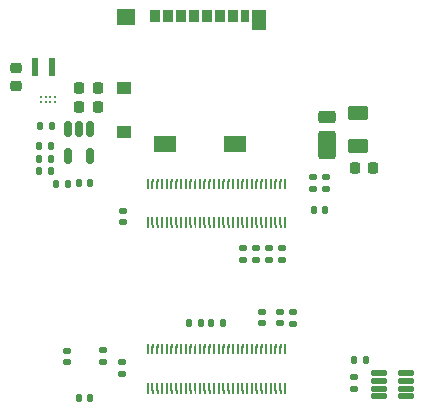
<source format=gbr>
%TF.GenerationSoftware,KiCad,Pcbnew,9.0.0+1*%
%TF.CreationDate,2025-08-24T22:54:41+08:00*%
%TF.ProjectId,cube,63756265-2e6b-4696-9361-645f70636258,rev?*%
%TF.SameCoordinates,Original*%
%TF.FileFunction,Paste,Top*%
%TF.FilePolarity,Positive*%
%FSLAX46Y46*%
G04 Gerber Fmt 4.6, Leading zero omitted, Abs format (unit mm)*
G04 Created by KiCad (PCBNEW 9.0.0+1) date 2025-08-24 22:54:41*
%MOMM*%
%LPD*%
G01*
G04 APERTURE LIST*
G04 Aperture macros list*
%AMRoundRect*
0 Rectangle with rounded corners*
0 $1 Rounding radius*
0 $2 $3 $4 $5 $6 $7 $8 $9 X,Y pos of 4 corners*
0 Add a 4 corners polygon primitive as box body*
4,1,4,$2,$3,$4,$5,$6,$7,$8,$9,$2,$3,0*
0 Add four circle primitives for the rounded corners*
1,1,$1+$1,$2,$3*
1,1,$1+$1,$4,$5*
1,1,$1+$1,$6,$7*
1,1,$1+$1,$8,$9*
0 Add four rect primitives between the rounded corners*
20,1,$1+$1,$2,$3,$4,$5,0*
20,1,$1+$1,$4,$5,$6,$7,0*
20,1,$1+$1,$6,$7,$8,$9,0*
20,1,$1+$1,$8,$9,$2,$3,0*%
G04 Aperture macros list end*
%ADD10C,0.120000*%
%ADD11RoundRect,0.150000X-0.150000X0.512500X-0.150000X-0.512500X0.150000X-0.512500X0.150000X0.512500X0*%
%ADD12RoundRect,0.140000X0.140000X0.170000X-0.140000X0.170000X-0.140000X-0.170000X0.140000X-0.170000X0*%
%ADD13RoundRect,0.140000X-0.170000X0.140000X-0.170000X-0.140000X0.170000X-0.140000X0.170000X0.140000X0*%
%ADD14RoundRect,0.135000X-0.135000X-0.185000X0.135000X-0.185000X0.135000X0.185000X-0.135000X0.185000X0*%
%ADD15RoundRect,0.050165X0.050165X0.300355X-0.050165X0.300355X-0.050165X-0.300355X0.050165X-0.300355X0*%
%ADD16RoundRect,0.135000X-0.185000X0.135000X-0.185000X-0.135000X0.185000X-0.135000X0.185000X0.135000X0*%
%ADD17RoundRect,0.140000X-0.140000X-0.170000X0.140000X-0.170000X0.140000X0.170000X-0.140000X0.170000X0*%
%ADD18RoundRect,0.050000X-0.075000X0.075000X-0.075000X-0.075000X0.075000X-0.075000X0.075000X0.075000X0*%
%ADD19C,0.230000*%
%ADD20RoundRect,0.135000X0.185000X-0.135000X0.185000X0.135000X-0.185000X0.135000X-0.185000X-0.135000X0*%
%ADD21RoundRect,0.125000X-0.537500X-0.125000X0.537500X-0.125000X0.537500X0.125000X-0.537500X0.125000X0*%
%ADD22RoundRect,0.137500X0.137500X0.662500X-0.137500X0.662500X-0.137500X-0.662500X0.137500X-0.662500X0*%
%ADD23RoundRect,0.135000X0.135000X0.185000X-0.135000X0.185000X-0.135000X-0.185000X0.135000X-0.185000X0*%
%ADD24RoundRect,0.225000X-0.250000X0.225000X-0.250000X-0.225000X0.250000X-0.225000X0.250000X0.225000X0*%
%ADD25RoundRect,0.140000X0.170000X-0.140000X0.170000X0.140000X-0.170000X0.140000X-0.170000X-0.140000X0*%
%ADD26RoundRect,0.250000X-0.625000X0.375000X-0.625000X-0.375000X0.625000X-0.375000X0.625000X0.375000X0*%
%ADD27R,0.850000X1.100000*%
%ADD28R,0.750000X1.100000*%
%ADD29R,1.200000X1.000000*%
%ADD30R,1.550000X1.350000*%
%ADD31R,1.900000X1.350000*%
%ADD32R,1.170000X1.800000*%
%ADD33RoundRect,0.250000X-0.500000X0.950000X-0.500000X-0.950000X0.500000X-0.950000X0.500000X0.950000X0*%
%ADD34RoundRect,0.250000X-0.500000X0.275000X-0.500000X-0.275000X0.500000X-0.275000X0.500000X0.275000X0*%
%ADD35RoundRect,0.225000X0.225000X0.250000X-0.225000X0.250000X-0.225000X-0.250000X0.225000X-0.250000X0*%
%ADD36RoundRect,0.225000X-0.225000X-0.250000X0.225000X-0.250000X0.225000X0.250000X-0.225000X0.250000X0*%
G04 APERTURE END LIST*
%TO.C,J1*%
D10*
X93880000Y-103620000D02*
X93960000Y-103620000D01*
X93960000Y-103830000D01*
X93880000Y-103830000D01*
X93880000Y-103620000D01*
X93880000Y-107510000D02*
X93960000Y-107510000D01*
X93960000Y-107720000D01*
X93880000Y-107720000D01*
X93880000Y-107510000D01*
X94280000Y-103620000D02*
X94360000Y-103620000D01*
X94360000Y-103830000D01*
X94280000Y-103830000D01*
X94280000Y-103620000D01*
X94280000Y-107510000D02*
X94360000Y-107510000D01*
X94360000Y-107720000D01*
X94280000Y-107720000D01*
X94280000Y-107510000D01*
X94680000Y-103620000D02*
X94760000Y-103620000D01*
X94760000Y-103830000D01*
X94680000Y-103830000D01*
X94680000Y-103620000D01*
X94680000Y-107510000D02*
X94760000Y-107510000D01*
X94760000Y-107720000D01*
X94680000Y-107720000D01*
X94680000Y-107510000D01*
X95080000Y-103620000D02*
X95160000Y-103620000D01*
X95160000Y-103830000D01*
X95080000Y-103830000D01*
X95080000Y-103620000D01*
X95080000Y-107510000D02*
X95160000Y-107510000D01*
X95160000Y-107720000D01*
X95080000Y-107720000D01*
X95080000Y-107510000D01*
X95480000Y-103620000D02*
X95560000Y-103620000D01*
X95560000Y-103830000D01*
X95480000Y-103830000D01*
X95480000Y-103620000D01*
X95480000Y-107510000D02*
X95560000Y-107510000D01*
X95560000Y-107720000D01*
X95480000Y-107720000D01*
X95480000Y-107510000D01*
X95880000Y-103620000D02*
X95960000Y-103620000D01*
X95960000Y-103830000D01*
X95880000Y-103830000D01*
X95880000Y-103620000D01*
X95880000Y-107510000D02*
X95960000Y-107510000D01*
X95960000Y-107720000D01*
X95880000Y-107720000D01*
X95880000Y-107510000D01*
X96280000Y-103620000D02*
X96360000Y-103620000D01*
X96360000Y-103830000D01*
X96280000Y-103830000D01*
X96280000Y-103620000D01*
X96280000Y-107510000D02*
X96360000Y-107510000D01*
X96360000Y-107720000D01*
X96280000Y-107720000D01*
X96280000Y-107510000D01*
X96680000Y-103620000D02*
X96760000Y-103620000D01*
X96760000Y-103830000D01*
X96680000Y-103830000D01*
X96680000Y-103620000D01*
X96680000Y-107510000D02*
X96760000Y-107510000D01*
X96760000Y-107720000D01*
X96680000Y-107720000D01*
X96680000Y-107510000D01*
X97080000Y-103620000D02*
X97160000Y-103620000D01*
X97160000Y-103830000D01*
X97080000Y-103830000D01*
X97080000Y-103620000D01*
X97080000Y-107510000D02*
X97160000Y-107510000D01*
X97160000Y-107720000D01*
X97080000Y-107720000D01*
X97080000Y-107510000D01*
X97480000Y-103620000D02*
X97560000Y-103620000D01*
X97560000Y-103830000D01*
X97480000Y-103830000D01*
X97480000Y-103620000D01*
X97480000Y-107510000D02*
X97560000Y-107510000D01*
X97560000Y-107720000D01*
X97480000Y-107720000D01*
X97480000Y-107510000D01*
X97880000Y-103620000D02*
X97960000Y-103620000D01*
X97960000Y-103830000D01*
X97880000Y-103830000D01*
X97880000Y-103620000D01*
X97880000Y-107510000D02*
X97960000Y-107510000D01*
X97960000Y-107720000D01*
X97880000Y-107720000D01*
X97880000Y-107510000D01*
X98280000Y-103620000D02*
X98360000Y-103620000D01*
X98360000Y-103830000D01*
X98280000Y-103830000D01*
X98280000Y-103620000D01*
X98280000Y-107510000D02*
X98360000Y-107510000D01*
X98360000Y-107720000D01*
X98280000Y-107720000D01*
X98280000Y-107510000D01*
X98680000Y-103620000D02*
X98760000Y-103620000D01*
X98760000Y-103830000D01*
X98680000Y-103830000D01*
X98680000Y-103620000D01*
X98680000Y-107510000D02*
X98760000Y-107510000D01*
X98760000Y-107720000D01*
X98680000Y-107720000D01*
X98680000Y-107510000D01*
X99080000Y-103620000D02*
X99160000Y-103620000D01*
X99160000Y-103830000D01*
X99080000Y-103830000D01*
X99080000Y-103620000D01*
X99080000Y-107510000D02*
X99160000Y-107510000D01*
X99160000Y-107720000D01*
X99080000Y-107720000D01*
X99080000Y-107510000D01*
X99480000Y-103620000D02*
X99560000Y-103620000D01*
X99560000Y-103830000D01*
X99480000Y-103830000D01*
X99480000Y-103620000D01*
X99480000Y-107510000D02*
X99560000Y-107510000D01*
X99560000Y-107720000D01*
X99480000Y-107720000D01*
X99480000Y-107510000D01*
X99880000Y-103620000D02*
X99960000Y-103620000D01*
X99960000Y-103830000D01*
X99880000Y-103830000D01*
X99880000Y-103620000D01*
X99880000Y-107510000D02*
X99960000Y-107510000D01*
X99960000Y-107720000D01*
X99880000Y-107720000D01*
X99880000Y-107510000D01*
X100280000Y-103620000D02*
X100360000Y-103620000D01*
X100360000Y-103830000D01*
X100280000Y-103830000D01*
X100280000Y-103620000D01*
X100280000Y-107510000D02*
X100360000Y-107510000D01*
X100360000Y-107720000D01*
X100280000Y-107720000D01*
X100280000Y-107510000D01*
X100680000Y-103620000D02*
X100760000Y-103620000D01*
X100760000Y-103830000D01*
X100680000Y-103830000D01*
X100680000Y-103620000D01*
X100680000Y-107510000D02*
X100760000Y-107510000D01*
X100760000Y-107720000D01*
X100680000Y-107720000D01*
X100680000Y-107510000D01*
X101080000Y-103620000D02*
X101160000Y-103620000D01*
X101160000Y-103830000D01*
X101080000Y-103830000D01*
X101080000Y-103620000D01*
X101080000Y-107510000D02*
X101160000Y-107510000D01*
X101160000Y-107720000D01*
X101080000Y-107720000D01*
X101080000Y-107510000D01*
X101480000Y-103620000D02*
X101560000Y-103620000D01*
X101560000Y-103830000D01*
X101480000Y-103830000D01*
X101480000Y-103620000D01*
X101480000Y-107510000D02*
X101560000Y-107510000D01*
X101560000Y-107720000D01*
X101480000Y-107720000D01*
X101480000Y-107510000D01*
X101880000Y-103620000D02*
X101960000Y-103620000D01*
X101960000Y-103830000D01*
X101880000Y-103830000D01*
X101880000Y-103620000D01*
X101880000Y-107510000D02*
X101960000Y-107510000D01*
X101960000Y-107720000D01*
X101880000Y-107720000D01*
X101880000Y-107510000D01*
X102280000Y-103620000D02*
X102360000Y-103620000D01*
X102360000Y-103830000D01*
X102280000Y-103830000D01*
X102280000Y-103620000D01*
X102280000Y-107510000D02*
X102360000Y-107510000D01*
X102360000Y-107720000D01*
X102280000Y-107720000D01*
X102280000Y-107510000D01*
X102680000Y-103620000D02*
X102760000Y-103620000D01*
X102760000Y-103830000D01*
X102680000Y-103830000D01*
X102680000Y-103620000D01*
X102680000Y-107510000D02*
X102760000Y-107510000D01*
X102760000Y-107720000D01*
X102680000Y-107720000D01*
X102680000Y-107510000D01*
X103080000Y-103620000D02*
X103160000Y-103620000D01*
X103160000Y-103830000D01*
X103080000Y-103830000D01*
X103080000Y-103620000D01*
X103080000Y-107510000D02*
X103160000Y-107510000D01*
X103160000Y-107720000D01*
X103080000Y-107720000D01*
X103080000Y-107510000D01*
X103480000Y-103620000D02*
X103560000Y-103620000D01*
X103560000Y-103830000D01*
X103480000Y-103830000D01*
X103480000Y-103620000D01*
X103480000Y-107510000D02*
X103560000Y-107510000D01*
X103560000Y-107720000D01*
X103480000Y-107720000D01*
X103480000Y-107510000D01*
X103880000Y-103620000D02*
X103960000Y-103620000D01*
X103960000Y-103830000D01*
X103880000Y-103830000D01*
X103880000Y-103620000D01*
X103880000Y-107510000D02*
X103960000Y-107510000D01*
X103960000Y-107720000D01*
X103880000Y-107720000D01*
X103880000Y-107510000D01*
X104280000Y-103620000D02*
X104360000Y-103620000D01*
X104360000Y-103830000D01*
X104280000Y-103830000D01*
X104280000Y-103620000D01*
X104280000Y-107510000D02*
X104360000Y-107510000D01*
X104360000Y-107720000D01*
X104280000Y-107720000D01*
X104280000Y-107510000D01*
X104680000Y-103620000D02*
X104760000Y-103620000D01*
X104760000Y-103830000D01*
X104680000Y-103830000D01*
X104680000Y-103620000D01*
X104680000Y-107510000D02*
X104760000Y-107510000D01*
X104760000Y-107720000D01*
X104680000Y-107720000D01*
X104680000Y-107510000D01*
X105080000Y-103620000D02*
X105160000Y-103620000D01*
X105160000Y-103830000D01*
X105080000Y-103830000D01*
X105080000Y-103620000D01*
X105080000Y-107510000D02*
X105160000Y-107510000D01*
X105160000Y-107720000D01*
X105080000Y-107720000D01*
X105080000Y-107510000D01*
X105480000Y-103620000D02*
X105560000Y-103620000D01*
X105560000Y-103830000D01*
X105480000Y-103830000D01*
X105480000Y-103620000D01*
X105480000Y-107510000D02*
X105560000Y-107510000D01*
X105560000Y-107720000D01*
X105480000Y-107720000D01*
X105480000Y-107510000D01*
%TO.C,J5*%
X93880000Y-89620000D02*
X93960000Y-89620000D01*
X93960000Y-89830000D01*
X93880000Y-89830000D01*
X93880000Y-89620000D01*
X93880000Y-93510000D02*
X93960000Y-93510000D01*
X93960000Y-93720000D01*
X93880000Y-93720000D01*
X93880000Y-93510000D01*
X94280000Y-89620000D02*
X94360000Y-89620000D01*
X94360000Y-89830000D01*
X94280000Y-89830000D01*
X94280000Y-89620000D01*
X94280000Y-93510000D02*
X94360000Y-93510000D01*
X94360000Y-93720000D01*
X94280000Y-93720000D01*
X94280000Y-93510000D01*
X94680000Y-89620000D02*
X94760000Y-89620000D01*
X94760000Y-89830000D01*
X94680000Y-89830000D01*
X94680000Y-89620000D01*
X94680000Y-93510000D02*
X94760000Y-93510000D01*
X94760000Y-93720000D01*
X94680000Y-93720000D01*
X94680000Y-93510000D01*
X95080000Y-89620000D02*
X95160000Y-89620000D01*
X95160000Y-89830000D01*
X95080000Y-89830000D01*
X95080000Y-89620000D01*
X95080000Y-93510000D02*
X95160000Y-93510000D01*
X95160000Y-93720000D01*
X95080000Y-93720000D01*
X95080000Y-93510000D01*
X95480000Y-89620000D02*
X95560000Y-89620000D01*
X95560000Y-89830000D01*
X95480000Y-89830000D01*
X95480000Y-89620000D01*
X95480000Y-93510000D02*
X95560000Y-93510000D01*
X95560000Y-93720000D01*
X95480000Y-93720000D01*
X95480000Y-93510000D01*
X95880000Y-89620000D02*
X95960000Y-89620000D01*
X95960000Y-89830000D01*
X95880000Y-89830000D01*
X95880000Y-89620000D01*
X95880000Y-93510000D02*
X95960000Y-93510000D01*
X95960000Y-93720000D01*
X95880000Y-93720000D01*
X95880000Y-93510000D01*
X96280000Y-89620000D02*
X96360000Y-89620000D01*
X96360000Y-89830000D01*
X96280000Y-89830000D01*
X96280000Y-89620000D01*
X96280000Y-93510000D02*
X96360000Y-93510000D01*
X96360000Y-93720000D01*
X96280000Y-93720000D01*
X96280000Y-93510000D01*
X96680000Y-89620000D02*
X96760000Y-89620000D01*
X96760000Y-89830000D01*
X96680000Y-89830000D01*
X96680000Y-89620000D01*
X96680000Y-93510000D02*
X96760000Y-93510000D01*
X96760000Y-93720000D01*
X96680000Y-93720000D01*
X96680000Y-93510000D01*
X97080000Y-89620000D02*
X97160000Y-89620000D01*
X97160000Y-89830000D01*
X97080000Y-89830000D01*
X97080000Y-89620000D01*
X97080000Y-93510000D02*
X97160000Y-93510000D01*
X97160000Y-93720000D01*
X97080000Y-93720000D01*
X97080000Y-93510000D01*
X97480000Y-89620000D02*
X97560000Y-89620000D01*
X97560000Y-89830000D01*
X97480000Y-89830000D01*
X97480000Y-89620000D01*
X97480000Y-93510000D02*
X97560000Y-93510000D01*
X97560000Y-93720000D01*
X97480000Y-93720000D01*
X97480000Y-93510000D01*
X97880000Y-89620000D02*
X97960000Y-89620000D01*
X97960000Y-89830000D01*
X97880000Y-89830000D01*
X97880000Y-89620000D01*
X97880000Y-93510000D02*
X97960000Y-93510000D01*
X97960000Y-93720000D01*
X97880000Y-93720000D01*
X97880000Y-93510000D01*
X98280000Y-89620000D02*
X98360000Y-89620000D01*
X98360000Y-89830000D01*
X98280000Y-89830000D01*
X98280000Y-89620000D01*
X98280000Y-93510000D02*
X98360000Y-93510000D01*
X98360000Y-93720000D01*
X98280000Y-93720000D01*
X98280000Y-93510000D01*
X98680000Y-89620000D02*
X98760000Y-89620000D01*
X98760000Y-89830000D01*
X98680000Y-89830000D01*
X98680000Y-89620000D01*
X98680000Y-93510000D02*
X98760000Y-93510000D01*
X98760000Y-93720000D01*
X98680000Y-93720000D01*
X98680000Y-93510000D01*
X99080000Y-89620000D02*
X99160000Y-89620000D01*
X99160000Y-89830000D01*
X99080000Y-89830000D01*
X99080000Y-89620000D01*
X99080000Y-93510000D02*
X99160000Y-93510000D01*
X99160000Y-93720000D01*
X99080000Y-93720000D01*
X99080000Y-93510000D01*
X99480000Y-89620000D02*
X99560000Y-89620000D01*
X99560000Y-89830000D01*
X99480000Y-89830000D01*
X99480000Y-89620000D01*
X99480000Y-93510000D02*
X99560000Y-93510000D01*
X99560000Y-93720000D01*
X99480000Y-93720000D01*
X99480000Y-93510000D01*
X99880000Y-89620000D02*
X99960000Y-89620000D01*
X99960000Y-89830000D01*
X99880000Y-89830000D01*
X99880000Y-89620000D01*
X99880000Y-93510000D02*
X99960000Y-93510000D01*
X99960000Y-93720000D01*
X99880000Y-93720000D01*
X99880000Y-93510000D01*
X100280000Y-89620000D02*
X100360000Y-89620000D01*
X100360000Y-89830000D01*
X100280000Y-89830000D01*
X100280000Y-89620000D01*
X100280000Y-93510000D02*
X100360000Y-93510000D01*
X100360000Y-93720000D01*
X100280000Y-93720000D01*
X100280000Y-93510000D01*
X100680000Y-89620000D02*
X100760000Y-89620000D01*
X100760000Y-89830000D01*
X100680000Y-89830000D01*
X100680000Y-89620000D01*
X100680000Y-93510000D02*
X100760000Y-93510000D01*
X100760000Y-93720000D01*
X100680000Y-93720000D01*
X100680000Y-93510000D01*
X101080000Y-89620000D02*
X101160000Y-89620000D01*
X101160000Y-89830000D01*
X101080000Y-89830000D01*
X101080000Y-89620000D01*
X101080000Y-93510000D02*
X101160000Y-93510000D01*
X101160000Y-93720000D01*
X101080000Y-93720000D01*
X101080000Y-93510000D01*
X101480000Y-89620000D02*
X101560000Y-89620000D01*
X101560000Y-89830000D01*
X101480000Y-89830000D01*
X101480000Y-89620000D01*
X101480000Y-93510000D02*
X101560000Y-93510000D01*
X101560000Y-93720000D01*
X101480000Y-93720000D01*
X101480000Y-93510000D01*
X101880000Y-89620000D02*
X101960000Y-89620000D01*
X101960000Y-89830000D01*
X101880000Y-89830000D01*
X101880000Y-89620000D01*
X101880000Y-93510000D02*
X101960000Y-93510000D01*
X101960000Y-93720000D01*
X101880000Y-93720000D01*
X101880000Y-93510000D01*
X102280000Y-89620000D02*
X102360000Y-89620000D01*
X102360000Y-89830000D01*
X102280000Y-89830000D01*
X102280000Y-89620000D01*
X102280000Y-93510000D02*
X102360000Y-93510000D01*
X102360000Y-93720000D01*
X102280000Y-93720000D01*
X102280000Y-93510000D01*
X102680000Y-89620000D02*
X102760000Y-89620000D01*
X102760000Y-89830000D01*
X102680000Y-89830000D01*
X102680000Y-89620000D01*
X102680000Y-93510000D02*
X102760000Y-93510000D01*
X102760000Y-93720000D01*
X102680000Y-93720000D01*
X102680000Y-93510000D01*
X103080000Y-89620000D02*
X103160000Y-89620000D01*
X103160000Y-89830000D01*
X103080000Y-89830000D01*
X103080000Y-89620000D01*
X103080000Y-93510000D02*
X103160000Y-93510000D01*
X103160000Y-93720000D01*
X103080000Y-93720000D01*
X103080000Y-93510000D01*
X103480000Y-89620000D02*
X103560000Y-89620000D01*
X103560000Y-89830000D01*
X103480000Y-89830000D01*
X103480000Y-89620000D01*
X103480000Y-93510000D02*
X103560000Y-93510000D01*
X103560000Y-93720000D01*
X103480000Y-93720000D01*
X103480000Y-93510000D01*
X103880000Y-89620000D02*
X103960000Y-89620000D01*
X103960000Y-89830000D01*
X103880000Y-89830000D01*
X103880000Y-89620000D01*
X103880000Y-93510000D02*
X103960000Y-93510000D01*
X103960000Y-93720000D01*
X103880000Y-93720000D01*
X103880000Y-93510000D01*
X104280000Y-89620000D02*
X104360000Y-89620000D01*
X104360000Y-89830000D01*
X104280000Y-89830000D01*
X104280000Y-89620000D01*
X104280000Y-93510000D02*
X104360000Y-93510000D01*
X104360000Y-93720000D01*
X104280000Y-93720000D01*
X104280000Y-93510000D01*
X104680000Y-89620000D02*
X104760000Y-89620000D01*
X104760000Y-89830000D01*
X104680000Y-89830000D01*
X104680000Y-89620000D01*
X104680000Y-93510000D02*
X104760000Y-93510000D01*
X104760000Y-93720000D01*
X104680000Y-93720000D01*
X104680000Y-93510000D01*
X105080000Y-89620000D02*
X105160000Y-89620000D01*
X105160000Y-89830000D01*
X105080000Y-89830000D01*
X105080000Y-89620000D01*
X105080000Y-93510000D02*
X105160000Y-93510000D01*
X105160000Y-93720000D01*
X105080000Y-93720000D01*
X105080000Y-93510000D01*
X105480000Y-89620000D02*
X105560000Y-89620000D01*
X105560000Y-89830000D01*
X105480000Y-89830000D01*
X105480000Y-89620000D01*
X105480000Y-93510000D02*
X105560000Y-93510000D01*
X105560000Y-93720000D01*
X105480000Y-93720000D01*
X105480000Y-93510000D01*
%TD*%
D11*
%TO.C,U2*%
X89060000Y-85432500D03*
X88110000Y-85432500D03*
X87160000Y-85432500D03*
X87160000Y-87707500D03*
X89060000Y-87707500D03*
%TD*%
D12*
%TO.C,C4*%
X89061000Y-90015000D03*
X88101000Y-90015000D03*
%TD*%
D13*
%TO.C,C17*%
X101960000Y-95500000D03*
X101960000Y-96460000D03*
%TD*%
D14*
%TO.C,R11*%
X111410000Y-104970000D03*
X112430000Y-104970000D03*
%TD*%
%TO.C,R3*%
X99300000Y-101870000D03*
X100320000Y-101870000D03*
%TD*%
D15*
%TO.C,J1*%
X93921740Y-104131520D03*
X93921740Y-107210000D03*
X94320520Y-104131520D03*
X94320520Y-107210002D03*
X94719300Y-104131520D03*
X94719300Y-107210000D03*
X95120622Y-104131520D03*
X95120620Y-107210000D03*
X95519397Y-104131520D03*
X95519400Y-107210000D03*
X95920720Y-104131520D03*
X95920720Y-107210000D03*
X96319500Y-104131520D03*
X96319500Y-107210002D03*
X96720820Y-104131520D03*
X96720817Y-107210000D03*
X97119600Y-104131520D03*
X97119600Y-107210000D03*
X97520920Y-104131522D03*
X97520920Y-107210000D03*
X97919700Y-104131520D03*
X97919700Y-107210000D03*
X98321020Y-104131520D03*
X98321020Y-107210000D03*
X98719800Y-104131520D03*
X98719797Y-107210000D03*
X99121120Y-104131520D03*
X99121120Y-107210000D03*
X99519900Y-104131522D03*
X99519900Y-107210000D03*
X99921220Y-104131522D03*
X99921220Y-107210000D03*
X100320000Y-104131520D03*
X100320000Y-107210000D03*
X100721320Y-104131520D03*
X100721322Y-107210000D03*
X101120100Y-104131520D03*
X101120100Y-107210000D03*
X101521420Y-104131520D03*
X101521420Y-107210000D03*
X101920200Y-104131522D03*
X101920200Y-107210000D03*
X102321520Y-104131520D03*
X102321520Y-107210000D03*
X102720300Y-104131520D03*
X102720302Y-107210000D03*
X103121620Y-104131520D03*
X103121620Y-107210002D03*
X103520400Y-104131520D03*
X103520400Y-107210000D03*
X103921722Y-104131520D03*
X103921720Y-107210000D03*
X104320497Y-104131520D03*
X104320500Y-107210000D03*
X104721820Y-104131520D03*
X104721820Y-107210000D03*
X105120600Y-104131520D03*
X105120600Y-107210002D03*
X105519380Y-104131520D03*
X105519380Y-107210000D03*
%TD*%
D16*
%TO.C,R1*%
X107910000Y-89485000D03*
X107910000Y-90505000D03*
%TD*%
D17*
%TO.C,C8*%
X88110000Y-108138382D03*
X89070000Y-108138382D03*
%TD*%
D18*
%TO.C,U5*%
X86078000Y-82715950D03*
X85678000Y-82715950D03*
X85278000Y-82715950D03*
X84878000Y-82715950D03*
X86078000Y-83115950D03*
X85678000Y-83115950D03*
X85278000Y-83115950D03*
X84878000Y-83115950D03*
D19*
X86078000Y-82715950D03*
X86078000Y-83115950D03*
X85678000Y-82715950D03*
X85678000Y-83115950D03*
X85278000Y-82715950D03*
X85278000Y-83115950D03*
X84878000Y-82715950D03*
X84878000Y-83115950D03*
%TD*%
D20*
%TO.C,R4*%
X108985000Y-90505000D03*
X108985000Y-89485000D03*
%TD*%
D21*
%TO.C,U1*%
X113472500Y-106095000D03*
X113472500Y-106745000D03*
X113472500Y-107395000D03*
X113472500Y-108045000D03*
X115747500Y-108045000D03*
X115747500Y-107395000D03*
X115747500Y-106745000D03*
X115747500Y-106095000D03*
%TD*%
D12*
%TO.C,C5*%
X108940000Y-92240000D03*
X107980000Y-92240000D03*
%TD*%
D22*
%TO.C,L1*%
X85803000Y-80116000D03*
X84353000Y-80116000D03*
%TD*%
D23*
%TO.C,R5*%
X87145000Y-90020000D03*
X86125000Y-90020000D03*
%TD*%
D24*
%TO.C,C18*%
X82740000Y-80230000D03*
X82740000Y-81780000D03*
%TD*%
D15*
%TO.C,J5*%
X93921740Y-90131520D03*
X93921740Y-93210000D03*
X94320520Y-90131520D03*
X94320520Y-93210002D03*
X94719300Y-90131520D03*
X94719300Y-93210000D03*
X95120622Y-90131520D03*
X95120620Y-93210000D03*
X95519397Y-90131520D03*
X95519400Y-93210000D03*
X95920720Y-90131520D03*
X95920720Y-93210000D03*
X96319500Y-90131520D03*
X96319500Y-93210002D03*
X96720820Y-90131520D03*
X96720817Y-93210000D03*
X97119600Y-90131520D03*
X97119600Y-93210000D03*
X97520920Y-90131522D03*
X97520920Y-93210000D03*
X97919700Y-90131520D03*
X97919700Y-93210000D03*
X98321020Y-90131520D03*
X98321020Y-93210000D03*
X98719800Y-90131520D03*
X98719797Y-93210000D03*
X99121120Y-90131520D03*
X99121120Y-93210000D03*
X99519900Y-90131522D03*
X99519900Y-93210000D03*
X99921220Y-90131522D03*
X99921220Y-93210000D03*
X100320000Y-90131520D03*
X100320000Y-93210000D03*
X100721320Y-90131520D03*
X100721322Y-93210000D03*
X101120100Y-90131520D03*
X101120100Y-93210000D03*
X101521420Y-90131520D03*
X101521420Y-93210000D03*
X101920200Y-90131522D03*
X101920200Y-93210000D03*
X102321520Y-90131520D03*
X102321520Y-93210000D03*
X102720300Y-90131520D03*
X102720302Y-93210000D03*
X103121620Y-90131520D03*
X103121620Y-93210002D03*
X103520400Y-90131520D03*
X103520400Y-93210000D03*
X103921722Y-90131520D03*
X103921720Y-93210000D03*
X104320497Y-90131520D03*
X104320500Y-93210000D03*
X104721820Y-90131520D03*
X104721820Y-93210000D03*
X105120600Y-90131520D03*
X105120600Y-93210002D03*
X105519380Y-90131520D03*
X105519380Y-93210000D03*
%TD*%
D13*
%TO.C,C12*%
X104185000Y-95495000D03*
X104185000Y-96455000D03*
%TD*%
D25*
%TO.C,C11*%
X90090000Y-105110000D03*
X90090000Y-104150000D03*
%TD*%
D14*
%TO.C,R9*%
X84750000Y-87920000D03*
X85770000Y-87920000D03*
%TD*%
D25*
%TO.C,C15*%
X91835000Y-93270000D03*
X91835000Y-92310000D03*
%TD*%
D14*
%TO.C,R10*%
X84750000Y-88970000D03*
X85770000Y-88970000D03*
%TD*%
D25*
%TO.C,C13*%
X105110000Y-101860000D03*
X105110000Y-100900000D03*
%TD*%
D14*
%TO.C,R8*%
X84750000Y-86870000D03*
X85770000Y-86870000D03*
%TD*%
D26*
%TO.C,F1*%
X111710000Y-84070000D03*
X111710000Y-86870000D03*
%TD*%
D12*
%TO.C,C10*%
X85778000Y-85116000D03*
X84818000Y-85116000D03*
%TD*%
D25*
%TO.C,C14*%
X103610000Y-101870000D03*
X103610000Y-100910000D03*
%TD*%
D27*
%TO.C,J2*%
X94505000Y-75820000D03*
X95605000Y-75820000D03*
X96705000Y-75820000D03*
X97805000Y-75820000D03*
X98905000Y-75820000D03*
X100005000Y-75820000D03*
X101105000Y-75820000D03*
D28*
X102155000Y-75820000D03*
D29*
X91870000Y-81970000D03*
X91870000Y-85670000D03*
D30*
X92045000Y-75945000D03*
D31*
X95370000Y-86645000D03*
X101340000Y-86645000D03*
D32*
X103365000Y-76170000D03*
%TD*%
D25*
%TO.C,C6*%
X87090000Y-105118382D03*
X87090000Y-104158382D03*
%TD*%
D33*
%TO.C,D1*%
X109060000Y-86770000D03*
D34*
X109060000Y-84395000D03*
%TD*%
D35*
%TO.C,C1*%
X89685000Y-81970000D03*
X88135000Y-81970000D03*
%TD*%
D14*
%TO.C,R7*%
X97440000Y-101870000D03*
X98460000Y-101870000D03*
%TD*%
D13*
%TO.C,C3*%
X111410000Y-106430000D03*
X111410000Y-107390000D03*
%TD*%
D36*
%TO.C,C7*%
X111435000Y-88670000D03*
X112985000Y-88670000D03*
%TD*%
D13*
%TO.C,C16*%
X103060000Y-95495000D03*
X103060000Y-96455000D03*
%TD*%
%TO.C,C9*%
X105260000Y-95495000D03*
X105260000Y-96455000D03*
%TD*%
D16*
%TO.C,R6*%
X91760000Y-105135000D03*
X91760000Y-106155000D03*
%TD*%
%TO.C,R2*%
X106210000Y-100860000D03*
X106210000Y-101880000D03*
%TD*%
D35*
%TO.C,C2*%
X89685000Y-83570000D03*
X88135000Y-83570000D03*
%TD*%
M02*

</source>
